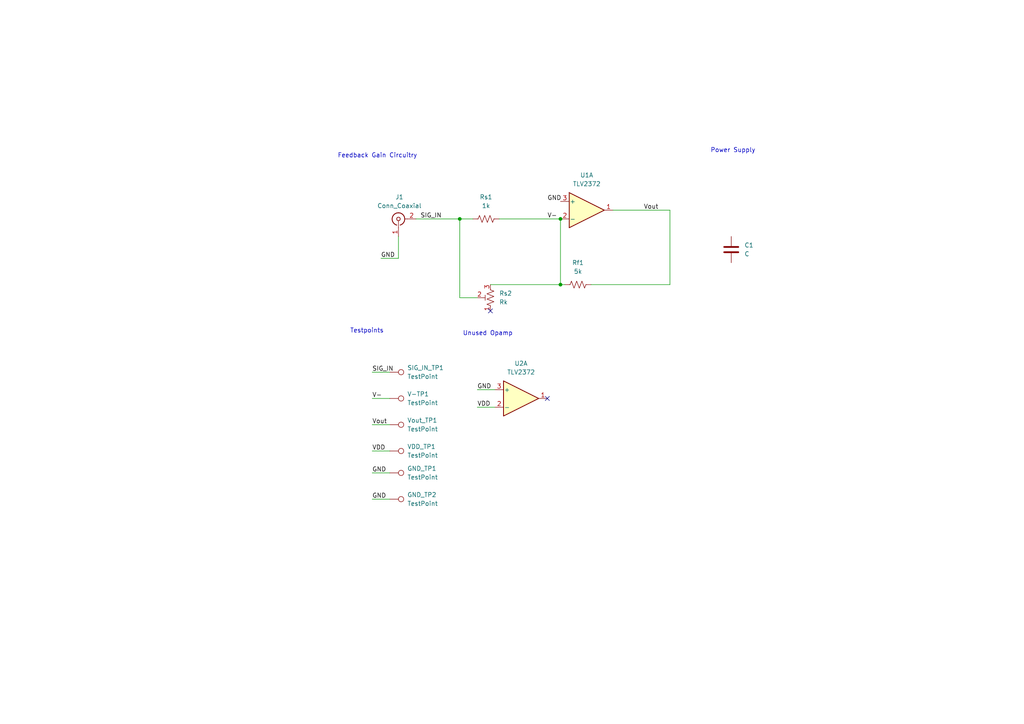
<source format=kicad_sch>
(kicad_sch (version 20250114) (generator "eeschema") (generator_version "9.0")
  (paper "A4")
  (lib_symbols
    (symbol "Amplifier_Operational:TLV2372" (pin_names (offset 0.127))
      (property "Reference" "U" (at 0 5.08 0))
      (property "Value" "TLV2372" (at 0 -5.08 0))
      (symbol "TLV2372_1_1"
        (polyline (pts (xy -5.08 5.08) (xy 5.08 0) (xy -5.08 -5.08) (xy -5.08 5.08)) (stroke (width 0.254)) (fill (type background)))
        (pin input line (at -7.62 2.54 0) (length 2.54) (name "+") (number "3"))
        (pin input line (at -7.62 -2.54 0) (length 2.54) (name "-") (number "2"))
        (pin output line (at 7.62 0 180) (length 2.54) (name "~") (number "1"))
      )
      (symbol "TLV2372_2_1"
        (polyline (pts (xy -5.08 5.08) (xy 5.08 0) (xy -5.08 -5.08) (xy -5.08 5.08)) (stroke (width 0.254)) (fill (type background)))
        (pin input line (at -7.62 2.54 0) (length 2.54) (name "+") (number "5"))
        (pin input line (at -7.62 -2.54 0) (length 2.54) (name "-") (number "6"))
        (pin output line (at 7.62 0 180) (length 2.54) (name "~") (number "7"))
      )
      (symbol "TLV2372_3_1"
        (pin power_in line (at -2.54 7.62 270) (length 3.81) (name "V+") (number "8"))
        (pin power_in line (at -2.54 -7.62 90) (length 3.81) (name "V-") (number "4"))
      )
    )
    (symbol "Connector:Conn_Coaxial" (pin_names (offset 1.016) (hide yes))
      (property "Reference" "J" (at 0.254 3.048 0))
      (property "Value" "Conn_Coaxial" (at 2.921 0 90))
      (symbol "Conn_Coaxial_0_1"
        (polyline (pts (xy -2.54 0) (xy -0.508 0)))
        (arc (start 1.778 0) (mid 0.222 -1.8079) (end -1.778 -0.508) (stroke (width 0.254)))
        (arc (start -1.778 0.508) (mid 0.2221 1.8084) (end 1.778 0) (stroke (width 0.254)))
        (circle (center 0 0) (radius 0.508) (stroke (width 0.2032)))
        (polyline (pts (xy 0 -2.54) (xy 0 -1.778)))
      )
      (symbol "Conn_Coaxial_1_1"
        (pin passive line (at -5.08 0 0) (length 2.54) (name "In") (number "1"))
        (pin passive line (at 0 -5.08 90) (length 2.54) (name "Ext") (number "2"))
      )
    )
    (symbol "Connector:TestPoint" (pin_numbers (hide yes)) (pin_names (offset 0.762) (hide yes))
      (property "Reference" "TP" (at 0 6.858 0))
      (property "Value" "TestPoint" (at 0 5.08 0))
      (symbol "TestPoint_0_1"
        (circle (center 0 3.302) (radius 0.762))
      )
      (symbol "TestPoint_1_1"
        (pin passive line (at 0 0 90) (length 2.54) (name "1") (number "1"))
      )
    )
    (symbol "Device:C" (pin_numbers (hide yes)) (pin_names (offset 0.254))
      (property "Reference" "C" (at 0.635 2.54 0))
      (property "Value" "C" (at 0.635 -2.54 0))
      (symbol "C_0_1"
        (polyline (pts (xy -2.032 0.762) (xy 2.032 0.762)) (stroke (width 0.508)))
        (polyline (pts (xy -2.032 -0.762) (xy 2.032 -0.762)) (stroke (width 0.508)))
      )
      (symbol "C_1_1"
        (pin passive line (at 0 3.81 270) (length 2.794) (name "~") (number "1"))
        (pin passive line (at 0 -3.81 90) (length 2.794) (name "~") (number "2"))
      )
    )
    (symbol "Device:R_Potentiometer_Trim_US" (pin_names (offset 1.016) (hide yes))
      (property "Reference" "RV" (at -4.445 0 90))
      (property "Value" "R_Potentiometer_Trim_US" (at -2.54 0 90))
      (symbol "R_Potentiometer_Trim_US_0_1"
        (polyline (pts (xy 0 2.286) (xy 0 2.54)))
        (polyline (pts (xy 0 2.286) (xy 1.016 1.905) (xy 0 1.524) (xy -1.016 1.143) (xy 0 0.762)))
        (polyline (pts (xy 0 0.762) (xy 1.016 0.381) (xy 0 0) (xy -1.016 -0.381) (xy 0 -0.762)))
        (polyline (pts (xy 0 -0.762) (xy 1.016 -1.143) (xy 0 -1.524) (xy -1.016 -1.905) (xy 0 -2.286)))
        (polyline (pts (xy 0 -2.286) (xy 0 -2.54)))
        (polyline (pts (xy 1.524 0.762) (xy 1.524 -0.762)))
        (polyline (pts (xy 2.54 0) (xy 1.524 0)))
      )
      (symbol "R_Potentiometer_Trim_US_1_1"
        (pin passive line (at 0 3.81 270) (length 1.27) (name "1") (number "1"))
        (pin passive line (at 0 -3.81 90) (length 1.27) (name "3") (number "3"))
        (pin passive line (at 3.81 0 180) (length 1.27) (name "2") (number "2"))
      )
    )
    (symbol "Device:R_US" (pin_numbers (hide yes)) (pin_names (offset 0))
      (property "Reference" "R" (at 2.54 0 90))
      (property "Value" "R_US" (at -2.54 0 90))
      (symbol "R_US_0_1"
        (polyline (pts (xy 0 2.286) (xy 0 2.54)))
        (polyline (pts (xy 0 2.286) (xy 1.016 1.905) (xy 0 1.524) (xy -1.016 1.143) (xy 0 0.762)))
        (polyline (pts (xy 0 0.762) (xy 1.016 0.381) (xy 0 0) (xy -1.016 -0.381) (xy 0 -0.762)))
        (polyline (pts (xy 0 -0.762) (xy 1.016 -1.143) (xy 0 -1.524) (xy -1.016 -1.905) (xy 0 -2.286)))
        (polyline (pts (xy 0 -2.286) (xy 0 -2.54)))
      )
      (symbol "R_US_1_1"
        (pin passive line (at 0 3.81 270) (length 1.27) (name "~") (number "1"))
        (pin passive line (at 0 -3.81 90) (length 1.27) (name "~") (number "2"))
      )
    )
  )
  (text "Feedback Gain Circuitry\n" (at 109.474 45.212 0) (effects (font (size 1.27 1.27))))
  (text "Unused Opamp\n" (at 141.478 96.774 0) (effects (font (size 1.27 1.27))))
  (text "Testpoints\n" (at 106.426 96.012 0) (effects (font (size 1.27 1.27))))
  (text "Power Supply\n" (at 212.598 43.688 0) (effects (font (size 1.27 1.27))))
  (junction (at 162.56 63.5))
  (junction (at 133.35 63.5))
  (junction (at 162.56 82.55))
  (no_connect (at 142.24 90.17))
  (no_connect (at 158.75 115.57))
  (wire (pts (xy 177.8 60.96) (xy 194.31 60.96)))
  (wire (pts (xy 162.56 82.55) (xy 163.83 82.55)))
  (wire (pts (xy 107.95 115.57) (xy 113.03 115.57)))
  (wire (pts (xy 133.35 63.5) (xy 133.35 86.36)))
  (wire (pts (xy 144.78 63.5) (xy 162.56 63.5)))
  (wire (pts (xy 194.31 60.96) (xy 194.31 82.55)))
  (wire (pts (xy 162.56 63.5) (xy 162.56 82.55)))
  (wire (pts (xy 133.35 63.5) (xy 137.16 63.5)))
  (wire (pts (xy 107.95 107.95) (xy 113.03 107.95)))
  (wire (pts (xy 120.65 63.5) (xy 133.35 63.5)))
  (wire (pts (xy 107.95 144.78) (xy 113.03 144.78)))
  (wire (pts (xy 110.49 74.93) (xy 115.57 74.93)))
  (wire (pts (xy 171.45 82.55) (xy 194.31 82.55)))
  (wire (pts (xy 138.43 86.36) (xy 133.35 86.36)))
  (wire (pts (xy 115.57 68.58) (xy 115.57 74.93)))
  (wire (pts (xy 107.95 137.16) (xy 113.03 137.16)))
  (wire (pts (xy 138.43 113.03) (xy 143.51 113.03)))
  (wire (pts (xy 142.24 82.55) (xy 162.56 82.55)))
  (wire (pts (xy 107.95 130.81) (xy 113.03 130.81)))
  (wire (pts (xy 107.95 123.19) (xy 113.03 123.19)))
  (wire (pts (xy 138.43 118.11) (xy 143.51 118.11)))
  (label "VDD" (at 138.43 118.11 0))
  (label "GND" (at 158.75 58.42 0))
  (label "GND" (at 107.95 144.78 0))
  (label "SIG_IN" (at 107.95 107.95 0))
  (label "GND" (at 138.43 113.03 0))
  (label "VDD" (at 107.95 130.81 0))
  (label "V-" (at 107.95 115.57 0))
  (label "SIG_IN" (at 121.92 63.5 0))
  (label "Vout" (at 186.69 60.96 0))
  (label "V-" (at 158.75 63.5 0))
  (label "GND" (at 110.49 74.93 0))
  (label "Vout" (at 107.95 123.19 0))
  (label "GND" (at 107.95 137.16 0))
  (symbol (lib_id "Device:R_US") (at 167.64 82.55 270) (unit 1)
    (property "Reference" "Rf1" (at 167.64 76.2 90))
    (property "Value" "5k" (at 167.64 78.74 90))
    (property "Description" "Resistor, US symbol" (effects (hide yes)))
  )
  (symbol (lib_id "Connector:TestPoint") (at 113.03 115.57 270) (unit 1)
    (property "Reference" "V-TP1" (at 118.11 114.2999 90) (effects (justify left)))
    (property "Value" "TestPoint" (at 118.11 116.8399 90) (effects (justify left)))
    (property "Description" "test point" (effects (hide yes)))
  )
  (symbol (lib_id "Device:R_Potentiometer_Trim_US") (at 142.24 86.36 180) (unit 1)
    (property "Reference" "Rs2" (at 144.78 85.0899 0) (effects (justify right)))
    (property "Value" "Rk" (at 144.78 87.6299 0) (effects (justify right)))
    (property "Description" "Trim-potentiometer, US symbol" (effects (hide yes)))
  )
  (symbol (lib_id "Device:C") (at 212.09 72.39 0) (unit 1)
    (property "Reference" "C1" (at 215.9 71.1199 0) (effects (justify left)))
    (property "Value" "C" (at 215.9 73.6599 0) (effects (justify left)))
    (property "Description" "Unpolarized capacitor" (effects (hide yes)))
  )
  (symbol (lib_id "Connector:TestPoint") (at 113.03 144.78 270) (unit 1)
    (property "Reference" "GND_TP2" (at 118.11 143.5099 90) (effects (justify left)))
    (property "Value" "TestPoint" (at 118.11 146.0499 90) (effects (justify left)))
    (property "Description" "test point" (effects (hide yes)))
  )
  (symbol (lib_id "Connector:TestPoint") (at 113.03 123.19 270) (unit 1)
    (property "Reference" "Vout_TP1" (at 118.11 121.9199 90) (effects (justify left)))
    (property "Value" "TestPoint" (at 118.11 124.4599 90) (effects (justify left)))
    (property "Description" "test point" (effects (hide yes)))
  )
  (symbol (lib_id "Device:R_US") (at 140.97 63.5 90) (unit 1)
    (property "Reference" "Rs1" (at 140.97 57.15 90))
    (property "Value" "1k" (at 140.97 59.69 90))
    (property "Description" "Resistor, US symbol" (effects (hide yes)))
  )
  (symbol (lib_id "Amplifier_Operational:TLV2372") (at 170.18 60.96 0) (unit 1)
    (property "Reference" "U1" (at 170.18 50.8 0))
    (property "Value" "TLV2372" (at 170.18 53.34 0))
    (property "Datasheet" "http://www.ti.com/lit/ds/symlink/tlv2375.pdf" (effects (hide yes)))
    (property "Description" "Dual Rail-to-Rail Input/Output Operational Amplifier, DIP-8/SOIC-8/VSSOP-8" (effects (hide yes)))
  )
  (symbol (lib_id "Amplifier_Operational:TLV2372") (at 151.13 115.57 0) (unit 1)
    (property "Reference" "U2" (at 151.13 105.41 0))
    (property "Value" "TLV2372" (at 151.13 107.95 0))
    (property "Datasheet" "http://www.ti.com/lit/ds/symlink/tlv2375.pdf" (effects (hide yes)))
    (property "Description" "Dual Rail-to-Rail Input/Output Operational Amplifier, DIP-8/SOIC-8/VSSOP-8" (effects (hide yes)))
  )
  (symbol (lib_id "Connector:Conn_Coaxial") (at 115.57 63.5 90) (unit 1)
    (property "Reference" "J1" (at 115.8632 57.15 90))
    (property "Value" "Conn_Coaxial" (at 115.8632 59.69 90))
    (property "Description" "coaxial connector (BNC, SMA, SMB, SMC, Cinch/RCA, LEMO, ...)" (effects (hide yes)))
  )
  (symbol (lib_id "Connector:TestPoint") (at 113.03 137.16 270) (unit 1)
    (property "Reference" "GND_TP1" (at 118.11 135.8899 90) (effects (justify left)))
    (property "Value" "TestPoint" (at 118.11 138.4299 90) (effects (justify left)))
    (property "Description" "test point" (effects (hide yes)))
  )
  (symbol (lib_id "Connector:TestPoint") (at 113.03 107.95 270) (unit 1)
    (property "Reference" "SIG_IN_TP1" (at 118.11 106.6799 90) (effects (justify left)))
    (property "Value" "TestPoint" (at 118.11 109.2199 90) (effects (justify left)))
    (property "Description" "test point" (effects (hide yes)))
  )
  (symbol (lib_id "Connector:TestPoint") (at 113.03 130.81 270) (unit 1)
    (property "Reference" "VDD_TP1" (at 118.11 129.5399 90) (effects (justify left)))
    (property "Value" "TestPoint" (at 118.11 132.0799 90) (effects (justify left)))
    (property "Description" "test point" (effects (hide yes)))
  )
)
</source>
